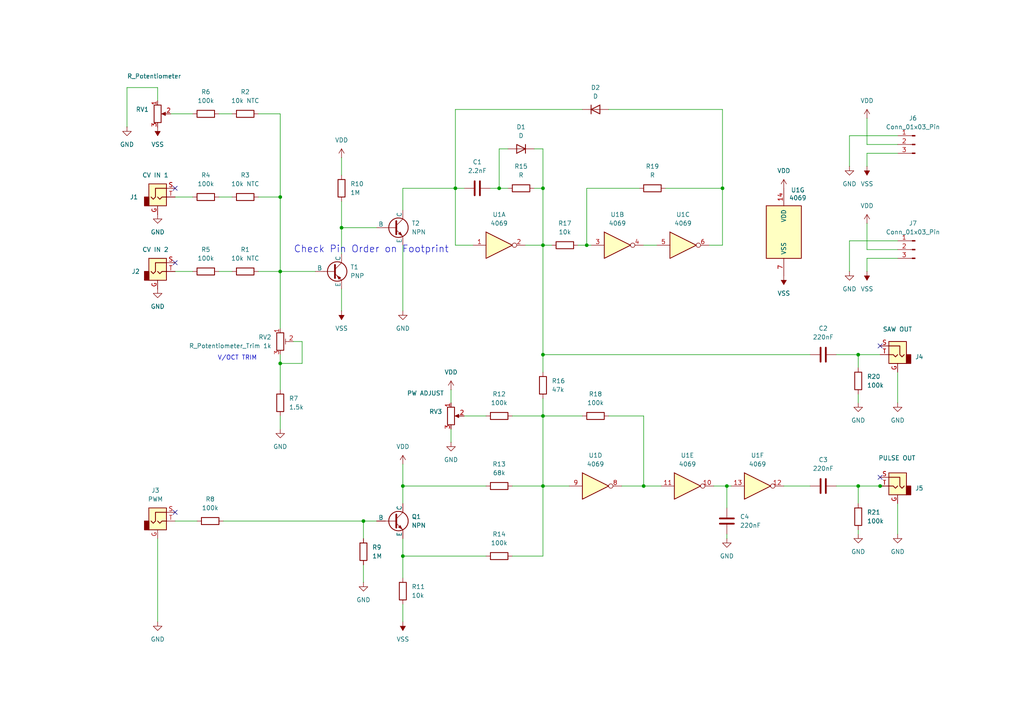
<source format=kicad_sch>
(kicad_sch (version 20250114) (generator "eeschema") (generator_version "9.0")
  (paper "A4")
  (lib_symbols
    (symbol "4xxx:4069" (pin_names (offset 1.016))
      (property "Reference" "U" (at 0 1.27 0))
      (property "Value" "4069" (at 0 -1.27 0))
      (symbol "4069_1_0"
        (polyline (pts (xy -3.81 3.81) (xy -3.81 -3.81) (xy 3.81 0) (xy -3.81 3.81)) (stroke (width 0.254)) (fill (type background)))
        (pin input line (at -7.62 0 0) (length 3.81) (name "~") (number "1"))
        (pin output inverted (at 7.62 0 180) (length 3.81) (name "~") (number "2"))
      )
      (symbol "4069_2_0"
        (polyline (pts (xy -3.81 3.81) (xy -3.81 -3.81) (xy 3.81 0) (xy -3.81 3.81)) (stroke (width 0.254)) (fill (type background)))
        (pin input line (at -7.62 0 0) (length 3.81) (name "~") (number "3"))
        (pin output inverted (at 7.62 0 180) (length 3.81) (name "~") (number "4"))
      )
      (symbol "4069_3_0"
        (polyline (pts (xy -3.81 3.81) (xy -3.81 -3.81) (xy 3.81 0) (xy -3.81 3.81)) (stroke (width 0.254)) (fill (type background)))
        (pin input line (at -7.62 0 0) (length 3.81) (name "~") (number "5"))
        (pin output inverted (at 7.62 0 180) (length 3.81) (name "~") (number "6"))
      )
      (symbol "4069_4_0"
        (polyline (pts (xy -3.81 3.81) (xy -3.81 -3.81) (xy 3.81 0) (xy -3.81 3.81)) (stroke (width 0.254)) (fill (type background)))
        (pin input line (at -7.62 0 0) (length 3.81) (name "~") (number "9"))
        (pin output inverted (at 7.62 0 180) (length 3.81) (name "~") (number "8"))
      )
      (symbol "4069_5_0"
        (polyline (pts (xy -3.81 3.81) (xy -3.81 -3.81) (xy 3.81 0) (xy -3.81 3.81)) (stroke (width 0.254)) (fill (type background)))
        (pin input line (at -7.62 0 0) (length 3.81) (name "~") (number "11"))
        (pin output inverted (at 7.62 0 180) (length 3.81) (name "~") (number "10"))
      )
      (symbol "4069_6_0"
        (polyline (pts (xy -3.81 3.81) (xy -3.81 -3.81) (xy 3.81 0) (xy -3.81 3.81)) (stroke (width 0.254)) (fill (type background)))
        (pin input line (at -7.62 0 0) (length 3.81) (name "~") (number "13"))
        (pin output inverted (at 7.62 0 180) (length 3.81) (name "~") (number "12"))
      )
      (symbol "4069_7_0"
        (pin power_in line (at 0 12.7 270) (length 5.08) (name "VDD") (number "14"))
        (pin power_in line (at 0 -12.7 90) (length 5.08) (name "VSS") (number "7"))
      )
      (symbol "4069_7_1"
        (rectangle (start -5.08 7.62) (end 5.08 -7.62) (stroke (width 0.254)) (fill (type background)))
      )
    )
    (symbol "Connector:Conn_01x03_Pin" (pin_names (offset 1.016) (hide yes))
      (property "Reference" "J" (at 0 5.08 0))
      (property "Value" "Conn_01x03_Pin" (at 0 -5.08 0))
      (symbol "Conn_01x03_Pin_1_1"
        (rectangle (start 0.8636 2.667) (end 0 2.413) (stroke (width 0.1524)) (fill (type outline)))
        (rectangle (start 0.8636 0.127) (end 0 -0.127) (stroke (width 0.1524)) (fill (type outline)))
        (rectangle (start 0.8636 -2.413) (end 0 -2.667) (stroke (width 0.1524)) (fill (type outline)))
        (polyline (pts (xy 1.27 2.54) (xy 0.8636 2.54)) (stroke (width 0.1524)))
        (polyline (pts (xy 1.27 0) (xy 0.8636 0)) (stroke (width 0.1524)))
        (polyline (pts (xy 1.27 -2.54) (xy 0.8636 -2.54)) (stroke (width 0.1524)))
        (pin passive line (at 5.08 2.54 180) (length 3.81) (name "Pin_1") (number "1"))
        (pin passive line (at 5.08 0 180) (length 3.81) (name "Pin_2") (number "2"))
        (pin passive line (at 5.08 -2.54 180) (length 3.81) (name "Pin_3") (number "3"))
      )
    )
    (symbol "Device:C" (pin_numbers (hide yes)) (pin_names (offset 0.254))
      (property "Reference" "C" (at 0.635 2.54 0))
      (property "Value" "C" (at 0.635 -2.54 0))
      (symbol "C_0_1"
        (polyline (pts (xy -2.032 0.762) (xy 2.032 0.762)) (stroke (width 0.508)))
        (polyline (pts (xy -2.032 -0.762) (xy 2.032 -0.762)) (stroke (width 0.508)))
      )
      (symbol "C_1_1"
        (pin passive line (at 0 3.81 270) (length 2.794) (name "~") (number "1"))
        (pin passive line (at 0 -3.81 90) (length 2.794) (name "~") (number "2"))
      )
    )
    (symbol "Device:D" (pin_numbers (hide yes)) (pin_names (offset 1.016) (hide yes))
      (property "Reference" "D" (at 0 2.54 0))
      (property "Value" "D" (at 0 -2.54 0))
      (symbol "D_0_1"
        (polyline (pts (xy -1.27 1.27) (xy -1.27 -1.27)) (stroke (width 0.254)))
        (polyline (pts (xy 1.27 1.27) (xy 1.27 -1.27) (xy -1.27 0) (xy 1.27 1.27)) (stroke (width 0.254)))
        (polyline (pts (xy 1.27 0) (xy -1.27 0)))
      )
      (symbol "D_1_1"
        (pin passive line (at -3.81 0 0) (length 2.54) (name "K") (number "1"))
        (pin passive line (at 3.81 0 180) (length 2.54) (name "A") (number "2"))
      )
    )
    (symbol "Device:R" (pin_numbers (hide yes)) (pin_names (offset 0))
      (property "Reference" "R" (at 2.032 0 90))
      (property "Value" "R" (at 0 0 90))
      (symbol "R_0_1"
        (rectangle (start -1.016 -2.54) (end 1.016 2.54) (stroke (width 0.254)))
      )
      (symbol "R_1_1"
        (pin passive line (at 0 3.81 270) (length 1.27) (name "~") (number "1"))
        (pin passive line (at 0 -3.81 90) (length 1.27) (name "~") (number "2"))
      )
    )
    (symbol "Device:R_Potentiometer_Trim" (pin_names (offset 1.016) (hide yes))
      (property "Reference" "RV" (at -4.445 0 90))
      (property "Value" "R_Potentiometer_Trim" (at -2.54 0 90))
      (symbol "R_Potentiometer_Trim_0_1"
        (rectangle (start 1.016 2.54) (end -1.016 -2.54) (stroke (width 0.254)))
        (polyline (pts (xy 1.524 0.762) (xy 1.524 -0.762)))
        (polyline (pts (xy 2.54 0) (xy 1.524 0)))
      )
      (symbol "R_Potentiometer_Trim_1_1"
        (pin passive line (at 0 3.81 270) (length 1.27) (name "1") (number "1"))
        (pin passive line (at 0 -3.81 90) (length 1.27) (name "3") (number "3"))
        (pin passive line (at 3.81 0 180) (length 1.27) (name "2") (number "2"))
      )
    )
    (symbol "HackSynth:AudioJack2_Ground"
      (property "Reference" "J" (at 0 8.89 0))
      (property "Value" "AudioJack2_Ground" (at 0 6.35 0))
      (symbol "AudioJack2_Ground_0_1"
        (rectangle (start -2.54 -2.54) (end -3.81 0) (stroke (width 0.254)) (fill (type outline)))
        (polyline (pts (xy 0 0) (xy 0.635 -0.635) (xy 1.27 0) (xy 2.54 0)) (stroke (width 0.254)))
        (rectangle (start 2.54 3.81) (end -2.54 -2.54) (stroke (width 0.254)) (fill (type background)))
        (polyline (pts (xy 2.54 2.54) (xy -0.635 2.54) (xy -0.635 0) (xy -1.27 -0.635) (xy -1.905 0)) (stroke (width 0.254)))
      )
      (symbol "AudioJack2_Ground_1_1"
        (pin passive line (at 0 -5.08 90) (length 2.54) (name "~") (number "G"))
        (pin passive line (at 5.08 2.54 180) (length 2.54) (name "~") (number "S"))
        (pin passive line (at 5.08 0 180) (length 2.54) (name "~") (number "T"))
      )
    )
    (symbol "HackSynth:R_Potentiometer" (pin_names (offset 1.016) (hide yes))
      (property "Reference" "RV" (at -4.445 0 90))
      (property "Value" "R_Potentiometer" (at -2.54 0 90))
      (symbol "R_Potentiometer_0_1"
        (rectangle (start 1.016 2.54) (end -1.016 -2.54) (stroke (width 0.254)))
        (polyline (pts (xy 1.143 0) (xy 2.286 0.508) (xy 2.286 -0.508) (xy 1.143 0)) (fill (type outline)))
        (polyline (pts (xy 2.54 0) (xy 1.524 0)))
      )
      (symbol "R_Potentiometer_1_1"
        (pin passive line (at 0 3.81 270) (length 1.27) (name "1") (number "1"))
        (pin passive line (at 0 -3.81 90) (length 1.27) (name "3") (number "3"))
        (pin passive line (at 3.81 0 180) (length 1.27) (name "2") (number "2"))
      )
    )
    (symbol "Simulation_SPICE:NPN" (pin_numbers (hide yes)) (pin_names (offset 0))
      (property "Reference" "Q" (at -2.54 7.62 0))
      (property "Value" "NPN" (at -2.54 5.08 0))
      (symbol "NPN_0_1"
        (polyline (pts (xy -2.54 0) (xy 0.635 0)) (stroke (width 0.1524)))
        (polyline (pts (xy 0.635 1.905) (xy 0.635 -1.905) (xy 0.635 -1.905)) (stroke (width 0.508)))
        (polyline (pts (xy 0.635 0.635) (xy 2.54 2.54)))
        (polyline (pts (xy 0.635 -0.635) (xy 2.54 -2.54) (xy 2.54 -2.54)))
        (circle (center 1.27 0) (radius 2.8194) (stroke (width 0.254)))
        (polyline (pts (xy 1.27 -1.778) (xy 1.778 -1.27) (xy 2.286 -2.286) (xy 1.27 -1.778) (xy 1.27 -1.778)) (fill (type outline)))
        (polyline (pts (xy 2.794 -1.27) (xy 2.794 -1.27)) (stroke (width 0.1524)))
        (polyline (pts (xy 2.794 -1.27) (xy 2.794 -1.27)) (stroke (width 0.1524)))
      )
      (symbol "NPN_1_1"
        (pin input line (at -5.08 0 0) (length 2.54) (name "B") (number "2"))
        (pin open_collector line (at 2.54 5.08 270) (length 2.54) (name "C") (number "1"))
        (pin open_emitter line (at 2.54 -5.08 90) (length 2.54) (name "E") (number "3"))
      )
    )
    (symbol "Simulation_SPICE:PNP" (pin_numbers (hide yes)) (pin_names (offset 0))
      (property "Reference" "Q" (at -2.54 7.62 0))
      (property "Value" "PNP" (at -2.54 5.08 0))
      (symbol "PNP_0_1"
        (polyline (pts (xy -2.54 0) (xy 0.635 0)) (stroke (width 0.1524)))
        (polyline (pts (xy 0.635 1.905) (xy 0.635 -1.905) (xy 0.635 -1.905)) (stroke (width 0.508)))
        (polyline (pts (xy 0.635 0.635) (xy 2.54 2.54)))
        (polyline (pts (xy 0.635 -0.635) (xy 2.54 -2.54) (xy 2.54 -2.54)))
        (circle (center 1.27 0) (radius 2.8194) (stroke (width 0.254)))
        (polyline (pts (xy 2.286 -1.778) (xy 1.778 -2.286) (xy 1.27 -1.27) (xy 2.286 -1.778) (xy 2.286 -1.778)) (fill (type outline)))
      )
      (symbol "PNP_1_1"
        (pin input line (at -5.08 0 0) (length 2.54) (name "B") (number "2"))
        (pin open_collector line (at 2.54 5.08 270) (length 2.54) (name "C") (number "1"))
        (pin open_emitter line (at 2.54 -5.08 90) (length 2.54) (name "E") (number "3"))
      )
    )
    (symbol "power:GND" (power) (pin_numbers (hide yes)) (pin_names (offset 0) (hide yes))
      (property "Value" "GND" (at 0 -3.81 0))
      (symbol "GND_0_1"
        (polyline (pts (xy 0 0) (xy 0 -1.27) (xy 1.27 -1.27) (xy 0 -2.54) (xy -1.27 -1.27) (xy 0 -1.27)))
      )
      (symbol "GND_1_1"
        (pin power_in line (at 0 0 270) (length 0) (name "~") (number "1"))
      )
    )
    (symbol "power:VDD" (power) (pin_numbers (hide yes)) (pin_names (offset 0) (hide yes))
      (property "Value" "VDD" (at 0 3.556 0))
      (symbol "VDD_0_1"
        (polyline (pts (xy -0.762 1.27) (xy 0 2.54)))
        (polyline (pts (xy 0 2.54) (xy 0.762 1.27)))
        (polyline (pts (xy 0 0) (xy 0 2.54)))
      )
      (symbol "VDD_1_1"
        (pin power_in line (at 0 0 90) (length 0) (name "~") (number "1"))
      )
    )
    (symbol "power:VSS" (power) (pin_numbers (hide yes)) (pin_names (offset 0) (hide yes))
      (property "Value" "VSS" (at 0 3.556 0))
      (symbol "VSS_0_1"
        (polyline (pts (xy 0 0) (xy 0 2.54)))
        (polyline (pts (xy 0.762 1.27) (xy -0.762 1.27) (xy 0 2.54) (xy 0.762 1.27)) (fill (type outline)))
      )
      (symbol "VSS_1_1"
        (pin power_in line (at 0 0 90) (length 0) (name "~") (number "1"))
      )
    )
  )
  (text "Check Pin Order on Footprint" (at 107.696 72.39 0) (effects (font (size 2 2))))
  (text "V/OCT TRIM" (at 68.834 103.886 0) (effects (font (size 1.27 1.27))))
  (junction (at 81.28 57.15))
  (junction (at 170.18 71.12))
  (junction (at 157.48 102.87))
  (junction (at 81.28 105.41))
  (junction (at 99.06 66.04))
  (junction (at 116.84 140.97))
  (junction (at 210.82 140.97))
  (junction (at 144.78 54.61))
  (junction (at 81.28 78.74))
  (junction (at 248.92 102.87))
  (junction (at 116.84 161.29))
  (junction (at 186.69 140.97))
  (junction (at 157.48 54.61))
  (junction (at 157.48 71.12))
  (junction (at 132.08 54.61))
  (junction (at 157.48 140.97))
  (junction (at 248.92 140.97))
  (junction (at 209.55 54.61))
  (junction (at 105.41 151.13))
  (junction (at 157.48 120.65))
  (junction (at 255.27 140.97))
  (no_connect (at 50.8 54.61))
  (no_connect (at 50.8 148.59))
  (no_connect (at 255.27 100.33))
  (no_connect (at 50.8 76.2))
  (no_connect (at 255.27 138.43))
  (wire (pts (xy 140.97 120.65) (xy 134.62 120.65)))
  (wire (pts (xy 248.92 154.94) (xy 248.92 153.67)))
  (wire (pts (xy 87.63 105.41) (xy 87.63 99.06)))
  (wire (pts (xy 260.35 154.94) (xy 260.35 146.05)))
  (wire (pts (xy 186.69 71.12) (xy 190.5 71.12)))
  (wire (pts (xy 193.04 54.61) (xy 209.55 54.61)))
  (wire (pts (xy 186.69 120.65) (xy 186.69 140.97)))
  (wire (pts (xy 157.48 102.87) (xy 234.95 102.87)))
  (wire (pts (xy 99.06 66.04) (xy 99.06 73.66)))
  (wire (pts (xy 50.8 151.13) (xy 57.15 151.13)))
  (wire (pts (xy 132.08 54.61) (xy 134.62 54.61)))
  (wire (pts (xy 132.08 31.75) (xy 132.08 54.61)))
  (wire (pts (xy 246.38 39.37) (xy 246.38 48.26)))
  (wire (pts (xy 74.93 78.74) (xy 81.28 78.74)))
  (wire (pts (xy 251.46 44.45) (xy 251.46 48.26)))
  (wire (pts (xy 242.57 140.97) (xy 248.92 140.97)))
  (wire (pts (xy 45.72 180.34) (xy 45.72 156.21)))
  (wire (pts (xy 209.55 71.12) (xy 205.74 71.12)))
  (wire (pts (xy 99.06 45.72) (xy 99.06 50.8)))
  (wire (pts (xy 165.1 140.97) (xy 157.48 140.97)))
  (wire (pts (xy 67.31 33.02) (xy 63.5 33.02)))
  (wire (pts (xy 186.69 140.97) (xy 180.34 140.97)))
  (wire (pts (xy 260.35 116.84) (xy 260.35 107.95)))
  (wire (pts (xy 210.82 140.97) (xy 210.82 147.32)))
  (wire (pts (xy 260.35 69.85) (xy 246.38 69.85)))
  (wire (pts (xy 36.83 25.4) (xy 45.72 25.4)))
  (wire (pts (xy 81.28 78.74) (xy 91.44 78.74)))
  (wire (pts (xy 64.77 151.13) (xy 105.41 151.13)))
  (wire (pts (xy 36.83 36.83) (xy 36.83 25.4)))
  (wire (pts (xy 255.27 140.97) (xy 256.54 140.97)))
  (wire (pts (xy 116.84 180.34) (xy 116.84 175.26)))
  (wire (pts (xy 67.31 78.74) (xy 63.5 78.74)))
  (wire (pts (xy 81.28 57.15) (xy 81.28 78.74)))
  (wire (pts (xy 116.84 134.62) (xy 116.84 140.97)))
  (wire (pts (xy 246.38 69.85) (xy 246.38 78.74)))
  (wire (pts (xy 130.81 113.03) (xy 130.81 116.84)))
  (wire (pts (xy 212.09 140.97) (xy 210.82 140.97)))
  (wire (pts (xy 260.35 41.91) (xy 251.46 41.91)))
  (wire (pts (xy 130.81 124.46) (xy 130.81 128.27)))
  (wire (pts (xy 251.46 74.93) (xy 251.46 78.74)))
  (wire (pts (xy 157.48 43.18) (xy 157.48 54.61)))
  (wire (pts (xy 116.84 161.29) (xy 140.97 161.29)))
  (wire (pts (xy 74.93 33.02) (xy 81.28 33.02)))
  (wire (pts (xy 81.28 105.41) (xy 87.63 105.41)))
  (wire (pts (xy 251.46 64.77) (xy 251.46 72.39)))
  (wire (pts (xy 81.28 105.41) (xy 81.28 102.87)))
  (wire (pts (xy 210.82 140.97) (xy 207.01 140.97)))
  (wire (pts (xy 176.53 120.65) (xy 186.69 120.65)))
  (wire (pts (xy 148.59 120.65) (xy 157.48 120.65)))
  (wire (pts (xy 67.31 57.15) (xy 63.5 57.15)))
  (wire (pts (xy 260.35 74.93) (xy 251.46 74.93)))
  (wire (pts (xy 142.24 54.61) (xy 144.78 54.61)))
  (wire (pts (xy 170.18 54.61) (xy 170.18 71.12)))
  (wire (pts (xy 105.41 151.13) (xy 109.22 151.13)))
  (wire (pts (xy 248.92 116.84) (xy 248.92 114.3)))
  (wire (pts (xy 170.18 54.61) (xy 185.42 54.61)))
  (wire (pts (xy 99.06 90.17) (xy 99.06 83.82)))
  (wire (pts (xy 116.84 71.12) (xy 116.84 90.17)))
  (wire (pts (xy 248.92 146.05) (xy 248.92 140.97)))
  (wire (pts (xy 55.88 78.74) (xy 50.8 78.74)))
  (wire (pts (xy 157.48 71.12) (xy 160.02 71.12)))
  (wire (pts (xy 148.59 140.97) (xy 157.48 140.97)))
  (wire (pts (xy 132.08 31.75) (xy 168.91 31.75)))
  (wire (pts (xy 210.82 156.21) (xy 210.82 154.94)))
  (wire (pts (xy 260.35 39.37) (xy 246.38 39.37)))
  (wire (pts (xy 49.53 33.02) (xy 55.88 33.02)))
  (wire (pts (xy 209.55 31.75) (xy 209.55 54.61)))
  (wire (pts (xy 148.59 161.29) (xy 157.48 161.29)))
  (wire (pts (xy 144.78 43.18) (xy 147.32 43.18)))
  (wire (pts (xy 170.18 71.12) (xy 171.45 71.12)))
  (wire (pts (xy 105.41 156.21) (xy 105.41 151.13)))
  (wire (pts (xy 105.41 163.83) (xy 105.41 168.91)))
  (wire (pts (xy 157.48 54.61) (xy 157.48 71.12)))
  (wire (pts (xy 55.88 57.15) (xy 50.8 57.15)))
  (wire (pts (xy 248.92 140.97) (xy 255.27 140.97)))
  (wire (pts (xy 260.35 72.39) (xy 251.46 72.39)))
  (wire (pts (xy 242.57 102.87) (xy 248.92 102.87)))
  (wire (pts (xy 81.28 124.46) (xy 81.28 120.65)))
  (wire (pts (xy 157.48 140.97) (xy 157.48 161.29)))
  (wire (pts (xy 168.91 120.65) (xy 157.48 120.65)))
  (wire (pts (xy 87.63 99.06) (xy 85.09 99.06)))
  (wire (pts (xy 116.84 60.96) (xy 116.84 54.61)))
  (wire (pts (xy 81.28 33.02) (xy 81.28 57.15)))
  (wire (pts (xy 176.53 31.75) (xy 209.55 31.75)))
  (wire (pts (xy 81.28 78.74) (xy 81.28 95.25)))
  (wire (pts (xy 152.4 71.12) (xy 157.48 71.12)))
  (wire (pts (xy 157.48 120.65) (xy 157.48 140.97)))
  (wire (pts (xy 45.72 25.4) (xy 45.72 29.21)))
  (wire (pts (xy 116.84 140.97) (xy 116.84 146.05)))
  (wire (pts (xy 157.48 43.18) (xy 154.94 43.18)))
  (wire (pts (xy 260.35 44.45) (xy 251.46 44.45)))
  (wire (pts (xy 132.08 54.61) (xy 132.08 71.12)))
  (wire (pts (xy 99.06 58.42) (xy 99.06 66.04)))
  (wire (pts (xy 154.94 54.61) (xy 157.48 54.61)))
  (wire (pts (xy 132.08 71.12) (xy 137.16 71.12)))
  (wire (pts (xy 116.84 140.97) (xy 140.97 140.97)))
  (wire (pts (xy 144.78 43.18) (xy 144.78 54.61)))
  (wire (pts (xy 234.95 140.97) (xy 227.33 140.97)))
  (wire (pts (xy 144.78 54.61) (xy 147.32 54.61)))
  (wire (pts (xy 157.48 71.12) (xy 157.48 102.87)))
  (wire (pts (xy 116.84 156.21) (xy 116.84 161.29)))
  (wire (pts (xy 81.28 113.03) (xy 81.28 105.41)))
  (wire (pts (xy 99.06 66.04) (xy 109.22 66.04)))
  (wire (pts (xy 81.28 57.15) (xy 74.93 57.15)))
  (wire (pts (xy 251.46 34.29) (xy 251.46 41.91)))
  (wire (pts (xy 116.84 161.29) (xy 116.84 167.64)))
  (wire (pts (xy 248.92 106.68) (xy 248.92 102.87)))
  (wire (pts (xy 116.84 54.61) (xy 132.08 54.61)))
  (wire (pts (xy 170.18 71.12) (xy 167.64 71.12)))
  (wire (pts (xy 209.55 54.61) (xy 209.55 71.12)))
  (wire (pts (xy 191.77 140.97) (xy 186.69 140.97)))
  (wire (pts (xy 248.92 102.87) (xy 255.27 102.87)))
  (wire (pts (xy 157.48 102.87) (xy 157.48 107.95)))
  (wire (pts (xy 157.48 115.57) (xy 157.48 120.65)))
  (symbol (lib_id "power:VDD") (at 251.46 64.77 0) (unit 1)
    (property "Reference" "#PWR023" (effects (hide yes)))
    (property "Value" "VDD" (at 251.46 59.69 0))
    (property "Description" "Power symbol creates a global label with name \"VDD\"" (effects (hide yes)))
  )
  (symbol (lib_id "Device:R") (at 144.78 120.65 90) (unit 1)
    (property "Reference" "R12" (at 144.78 114.3 90))
    (property "Value" "100k" (at 144.78 116.84 90))
    (property "Footprint" "Resistor_THT:R_Axial_DIN0207_L6.3mm_D2.5mm_P7.62mm_Horizontal" (effects (hide yes)))
    (property "Description" "Resistor" (effects (hide yes)))
  )
  (symbol (lib_id "power:VDD") (at 251.46 34.29 0) (unit 1)
    (property "Reference" "#PWR020" (effects (hide yes)))
    (property "Value" "VDD" (at 251.46 29.21 0))
    (property "Description" "Power symbol creates a global label with name \"VDD\"" (effects (hide yes)))
  )
  (symbol (lib_id "power:GND") (at 246.38 48.26 0) (unit 1)
    (property "Reference" "#PWR019" (effects (hide yes)))
    (property "Value" "GND" (at 246.38 53.34 0))
    (property "Description" "Power symbol creates a global label with name \"GND\" , ground" (effects (hide yes)))
  )
  (symbol (lib_id "HackSynth:R_Potentiometer") (at 130.81 120.65 0) (unit 1)
    (property "Reference" "RV3" (at 128.27 119.3799 0) (effects (justify right)))
    (property "Value" "PW ADJUST" (at 128.778 114.046 0) (effects (justify right)))
    (property "Footprint" "HackSynth:Potentiometer_Alps_RK09K_Horizontal" (effects (hide yes)))
    (property "Description" "Potentiometer" (effects (hide yes)))
  )
  (symbol (lib_id "4xxx:4069") (at 227.33 67.31 0) (unit 7)
    (property "Reference" "U1" (at 231.394 55.118 0))
    (property "Value" "4069" (at 231.394 57.404 0))
    (property "Footprint" "HackSynth:DIP-14_W7.62mm_LongPads" (effects (hide yes)))
    (property "Datasheet" "http://www.intersil.com/content/dam/Intersil/documents/cd40/cd4069ubms.pdf" (effects (hide yes)))
    (property "Description" "Hex inverter" (effects (hide yes)))
  )
  (symbol (lib_id "4xxx:4069") (at 172.72 140.97 0) (unit 4)
    (property "Reference" "U1" (at 172.72 132.08 0))
    (property "Value" "4069" (at 172.72 134.62 0))
    (property "Footprint" "HackSynth:DIP-14_W7.62mm_LongPads" (effects (hide yes)))
    (property "Datasheet" "http://www.intersil.com/content/dam/Intersil/documents/cd40/cd4069ubms.pdf" (effects (hide yes)))
    (property "Description" "Hex inverter" (effects (hide yes)))
  )
  (symbol (lib_id "power:VDD") (at 130.81 113.03 0) (unit 1)
    (property "Reference" "#PWR013" (effects (hide yes)))
    (property "Value" "VDD" (at 130.81 107.95 0))
    (property "Description" "Power symbol creates a global label with name \"VDD\"" (effects (hide yes)))
  )
  (symbol (lib_id "4xxx:4069") (at 199.39 140.97 0) (unit 5)
    (property "Reference" "U1" (at 199.39 132.08 0))
    (property "Value" "4069" (at 199.39 134.62 0))
    (property "Footprint" "HackSynth:DIP-14_W7.62mm_LongPads" (effects (hide yes)))
    (property "Datasheet" "http://www.intersil.com/content/dam/Intersil/documents/cd40/cd4069ubms.pdf" (effects (hide yes)))
    (property "Description" "Hex inverter" (effects (hide yes)))
  )
  (symbol (lib_id "power:GND") (at 248.92 116.84 0) (unit 1)
    (property "Reference" "#PWR015" (effects (hide yes)))
    (property "Value" "GND" (at 248.92 121.92 0))
    (property "Description" "Power symbol creates a global label with name \"GND\" , ground" (effects (hide yes)))
  )
  (symbol (lib_id "power:GND") (at 81.28 124.46 0) (unit 1)
    (property "Reference" "#PWR06" (effects (hide yes)))
    (property "Value" "GND" (at 81.28 129.54 0))
    (property "Description" "Power symbol creates a global label with name \"GND\" , ground" (effects (hide yes)))
  )
  (symbol (lib_id "power:GND") (at 45.72 180.34 0) (unit 1)
    (property "Reference" "#PWR05" (effects (hide yes)))
    (property "Value" "GND" (at 45.72 185.42 0))
    (property "Description" "Power symbol creates a global label with name \"GND\" , ground" (effects (hide yes)))
  )
  (symbol (lib_id "HackSynth:AudioJack2_Ground") (at 45.72 151.13 0) (unit 1)
    (property "Reference" "J3" (at 45.085 142.24 0))
    (property "Value" "PWM" (at 45.085 144.78 0))
    (property "Footprint" "HackSynth:Jack_3.5mm" (effects (hide yes)))
    (property "Description" "Audio Jack, 2 Poles (Mono / TS), Grounded Sleeve" (effects (hide yes)))
  )
  (symbol (lib_id "Simulation_SPICE:NPN") (at 114.3 151.13 0) (unit 1)
    (property "Reference" "Q1" (at 119.38 149.8599 0) (effects (justify left)))
    (property "Value" "NPN" (at 119.38 152.3999 0) (effects (justify left)))
    (property "Footprint" "HackSynth:TO-92_Inline - Handsolder" (effects (hide yes)))
    (property "Datasheet" "https://ngspice.sourceforge.io/docs/ngspice-html-manual/manual.xhtml#cha_BJTs" (effects (hide yes)))
    (property "Description" "Bipolar transistor symbol for simulation only, substrate tied to the emitter" (effects (hide yes)))
    (property "Sim.Device" "NPN" (effects (hide yes)))
    (property "Sim.Type" "GUMMELPOON" (effects (hide yes)))
    (property "Sim.Pins" "1=C 2=B 3=E" (effects (hide yes)))
  )
  (symbol (lib_id "Device:R") (at 157.48 111.76 0) (unit 1)
    (property "Reference" "R16" (at 160.02 110.4899 0) (effects (justify left)))
    (property "Value" "47k" (at 160.02 113.0299 0) (effects (justify left)))
    (property "Footprint" "Resistor_THT:R_Axial_DIN0207_L6.3mm_D2.5mm_P7.62mm_Horizontal" (effects (hide yes)))
    (property "Description" "Resistor" (effects (hide yes)))
  )
  (symbol (lib_id "4xxx:4069") (at 219.71 140.97 0) (unit 6)
    (property "Reference" "U1" (at 219.71 132.08 0))
    (property "Value" "4069" (at 219.71 134.62 0))
    (property "Footprint" "HackSynth:DIP-14_W7.62mm_LongPads" (effects (hide yes)))
    (property "Datasheet" "http://www.intersil.com/content/dam/Intersil/documents/cd40/cd4069ubms.pdf" (effects (hide yes)))
    (property "Description" "Hex inverter" (effects (hide yes)))
  )
  (symbol (lib_id "Device:R") (at 59.69 78.74 90) (unit 1)
    (property "Reference" "R5" (at 59.69 72.39 90))
    (property "Value" "100k" (at 59.69 74.93 90))
    (property "Footprint" "Resistor_THT:R_Axial_DIN0207_L6.3mm_D2.5mm_P7.62mm_Horizontal" (effects (hide yes)))
    (property "Description" "Resistor" (effects (hide yes)))
  )
  (symbol (lib_id "Device:D") (at 172.72 31.75 0) (unit 1)
    (property "Reference" "D2" (at 172.72 25.4 0))
    (property "Value" "D" (at 172.72 27.94 0))
    (property "Footprint" "Diode_THT:D_A-405_P7.62mm_Horizontal" (effects (hide yes)))
    (property "Description" "Diode" (effects (hide yes)))
    (property "Sim.Device" "D" (effects (hide yes)))
    (property "Sim.Pins" "1=K 2=A" (effects (hide yes)))
  )
  (symbol (lib_id "power:VSS") (at 99.06 90.17 180) (unit 1)
    (property "Reference" "#PWR09" (effects (hide yes)))
    (property "Value" "VSS" (at 99.06 95.25 0))
    (property "Description" "Power symbol creates a global label with name \"VSS\"" (effects (hide yes)))
  )
  (symbol (lib_id "HackSynth:AudioJack2_Ground") (at 45.72 78.74 0) (unit 1)
    (property "Reference" "J2" (at 39.37 78.74 0))
    (property "Value" "CV IN 2" (at 45.085 72.39 0))
    (property "Footprint" "HackSynth:Jack_3.5mm" (effects (hide yes)))
    (property "Description" "Audio Jack, 2 Poles (Mono / TS), Grounded Sleeve" (effects (hide yes)))
  )
  (symbol (lib_id "power:GND") (at 45.72 62.23 0) (unit 1)
    (property "Reference" "#PWR03" (effects (hide yes)))
    (property "Value" "GND" (at 45.72 67.31 0))
    (property "Description" "Power symbol creates a global label with name \"GND\" , ground" (effects (hide yes)))
  )
  (symbol (lib_id "HackSynth:R_Potentiometer") (at 45.72 33.02 0) (unit 1)
    (property "Reference" "RV1" (at 43.18 31.7499 0) (effects (justify right)))
    (property "Value" "R_Potentiometer" (at 52.578 22.098 0) (effects (justify right)))
    (property "Footprint" "HackSynth:Potentiometer_Alps_RK09K_Horizontal" (effects (hide yes)))
    (property "Description" "Potentiometer" (effects (hide yes)))
  )
  (symbol (lib_id "Device:R") (at 189.23 54.61 90) (unit 1)
    (property "Reference" "R19" (at 189.23 48.26 90))
    (property "Value" "R" (at 189.23 50.8 90))
    (property "Footprint" "Resistor_THT:R_Axial_DIN0207_L6.3mm_D2.5mm_P7.62mm_Horizontal" (effects (hide yes)))
    (property "Description" "Resistor" (effects (hide yes)))
  )
  (symbol (lib_id "power:GND") (at 260.35 116.84 0) (unit 1)
    (property "Reference" "#PWR017" (effects (hide yes)))
    (property "Value" "GND" (at 260.35 121.92 0))
    (property "Description" "Power symbol creates a global label with name \"GND\" , ground" (effects (hide yes)))
  )
  (symbol (lib_id "power:GND") (at 45.72 83.82 0) (unit 1)
    (property "Reference" "#PWR04" (effects (hide yes)))
    (property "Value" "GND" (at 45.72 88.9 0))
    (property "Description" "Power symbol creates a global label with name \"GND\" , ground" (effects (hide yes)))
  )
  (symbol (lib_id "power:GND") (at 105.41 168.91 0) (unit 1)
    (property "Reference" "#PWR07" (effects (hide yes)))
    (property "Value" "GND" (at 105.41 173.99 0))
    (property "Description" "Power symbol creates a global label with name \"GND\" , ground" (effects (hide yes)))
  )
  (symbol (lib_id "HackSynth:AudioJack2_Ground") (at 260.35 102.87 0) (mirror y) (unit 1)
    (property "Reference" "J4" (at 265.43 103.5051 0) (effects (justify right)))
    (property "Value" "SAW OUT" (at 256.032 95.504 0) (effects (justify right)))
    (property "Footprint" "HackSynth:Jack_3.5mm" (effects (hide yes)))
    (property "Description" "Audio Jack, 2 Poles (Mono / TS), Grounded Sleeve" (effects (hide yes)))
  )
  (symbol (lib_id "Device:R_Potentiometer_Trim") (at 81.28 99.06 0) (unit 1)
    (property "Reference" "RV2" (at 78.74 97.7899 0) (effects (justify right)))
    (property "Value" "R_Potentiometer_Trim 1k" (at 78.74 100.3299 0) (effects (justify right)))
    (property "Footprint" "HackSynth:TrimPot_Bourns_3339S_Horizontal" (effects (hide yes)))
    (property "Description" "Trim-potentiometer" (effects (hide yes)))
  )
  (symbol (lib_id "Device:C") (at 138.43 54.61 90) (unit 1)
    (property "Reference" "C1" (at 138.43 46.99 90))
    (property "Value" "2.2nF" (at 138.43 49.53 90))
    (property "Footprint" "Capacitor_THT:C_Disc_D5.0mm_W2.5mm_P2.50mm" (effects (hide yes)))
    (property "Description" "Unpolarized capacitor" (effects (hide yes)))
  )
  (symbol (lib_id "Device:R") (at 71.12 33.02 270) (unit 1)
    (property "Reference" "R2" (at 71.12 26.67 90))
    (property "Value" "10k NTC" (at 71.12 29.21 90))
    (property "Footprint" "Resistor_THT:R_Axial_DIN0207_L6.3mm_D2.5mm_P2.54mm_Vertical" (effects (hide yes)))
    (property "Description" "Resistor" (effects (hide yes)))
  )
  (symbol (lib_id "Connector:Conn_01x03_Pin") (at 265.43 41.91 0) (mirror y) (unit 1)
    (property "Reference" "J6" (at 264.795 34.29 0))
    (property "Value" "Conn_01x03_Pin" (at 264.795 36.83 0))
    (property "Footprint" "HackSynth:JST_PH_S3B-PH-K_1x03_P2.00mm_Horizontal" (effects (hide yes)))
    (property "Description" "Generic connector, single row, 01x03, script generated" (effects (hide yes)))
  )
  (symbol (lib_id "Simulation_SPICE:PNP") (at 96.52 78.74 0) (unit 1)
    (property "Reference" "T1" (at 101.6 77.4699 0) (effects (justify left)))
    (property "Value" "PNP" (at 101.6 80.0099 0) (effects (justify left)))
    (property "Footprint" "HackSynth:TO-92_Inline - Handsolder" (effects (hide yes)))
    (property "Datasheet" "https://ngspice.sourceforge.io/docs/ngspice-html-manual/manual.xhtml#cha_BJTs" (effects (hide yes)))
    (property "Description" "Bipolar transistor symbol for simulation only, substrate tied to the emitter" (effects (hide yes)))
    (property "Sim.Device" "PNP" (effects (hide yes)))
    (property "Sim.Type" "GUMMELPOON" (effects (hide yes)))
    (property "Sim.Pins" "1=C 2=B 3=E" (effects (hide yes)))
  )
  (symbol (lib_id "Device:R") (at 105.41 160.02 0) (unit 1)
    (property "Reference" "R9" (at 107.95 158.7499 0) (effects (justify left)))
    (property "Value" "1M" (at 107.95 161.2899 0) (effects (justify left)))
    (property "Footprint" "Resistor_THT:R_Axial_DIN0207_L6.3mm_D2.5mm_P7.62mm_Horizontal" (effects (hide yes)))
    (property "Description" "Resistor" (effects (hide yes)))
  )
  (symbol (lib_id "HackSynth:AudioJack2_Ground") (at 45.72 57.15 0) (unit 1)
    (property "Reference" "J1" (at 38.862 57.15 0))
    (property "Value" "CV IN 1" (at 45.085 50.8 0))
    (property "Footprint" "HackSynth:Jack_3.5mm" (effects (hide yes)))
    (property "Description" "Audio Jack, 2 Poles (Mono / TS), Grounded Sleeve" (effects (hide yes)))
  )
  (symbol (lib_id "Device:R") (at 163.83 71.12 90) (unit 1)
    (property "Reference" "R17" (at 163.83 64.77 90))
    (property "Value" "10k" (at 163.83 67.31 90))
    (property "Footprint" "Resistor_THT:R_Axial_DIN0207_L6.3mm_D2.5mm_P7.62mm_Horizontal" (effects (hide yes)))
    (property "Description" "Resistor" (effects (hide yes)))
  )
  (symbol (lib_id "Device:D") (at 151.13 43.18 180) (unit 1)
    (property "Reference" "D1" (at 151.13 36.83 0))
    (property "Value" "D" (at 151.13 39.37 0))
    (property "Footprint" "Diode_THT:D_A-405_P7.62mm_Horizontal" (effects (hide yes)))
    (property "Description" "Diode" (effects (hide yes)))
    (property "Sim.Device" "D" (effects (hide yes)))
    (property "Sim.Pins" "1=K 2=A" (effects (hide yes)))
  )
  (symbol (lib_id "Device:R") (at 81.28 116.84 0) (unit 1)
    (property "Reference" "R7" (at 83.82 115.5699 0) (effects (justify left)))
    (property "Value" "1.5k" (at 83.82 118.1099 0) (effects (justify left)))
    (property "Footprint" "Resistor_THT:R_Axial_DIN0207_L6.3mm_D2.5mm_P7.62mm_Horizontal" (effects (hide yes)))
    (property "Description" "Resistor" (effects (hide yes)))
  )
  (symbol (lib_id "Device:R") (at 116.84 171.45 0) (unit 1)
    (property "Reference" "R11" (at 119.38 170.1799 0) (effects (justify left)))
    (property "Value" "10k" (at 119.38 172.7199 0) (effects (justify left)))
    (property "Footprint" "Resistor_THT:R_Axial_DIN0207_L6.3mm_D2.5mm_P7.62mm_Horizontal" (effects (hide yes)))
    (property "Description" "Resistor" (effects (hide yes)))
  )
  (symbol (lib_id "Device:C") (at 210.82 151.13 180) (unit 1)
    (property "Reference" "C4" (at 214.63 149.8599 0) (effects (justify right)))
    (property "Value" "220nF" (at 214.63 152.3999 0) (effects (justify right)))
    (property "Footprint" "Capacitor_THT:C_Disc_D5.0mm_W2.5mm_P2.50mm" (effects (hide yes)))
    (property "Description" "Unpolarized capacitor" (effects (hide yes)))
  )
  (symbol (lib_id "Device:R") (at 71.12 57.15 270) (unit 1)
    (property "Reference" "R3" (at 71.12 50.8 90))
    (property "Value" "10k NTC" (at 71.12 53.34 90))
    (property "Footprint" "Resistor_THT:R_Axial_DIN0207_L6.3mm_D2.5mm_P2.54mm_Vertical" (effects (hide yes)))
    (property "Description" "Resistor" (effects (hide yes)))
  )
  (symbol (lib_id "power:VSS") (at 227.33 80.01 180) (unit 1)
    (property "Reference" "#PWR026" (effects (hide yes)))
    (property "Value" "VSS" (at 227.33 85.09 0))
    (property "Description" "Power symbol creates a global label with name \"VSS\"" (effects (hide yes)))
  )
  (symbol (lib_id "Device:R") (at 99.06 54.61 0) (unit 1)
    (property "Reference" "R10" (at 101.6 53.3399 0) (effects (justify left)))
    (property "Value" "1M" (at 101.6 55.8799 0) (effects (justify left)))
    (property "Footprint" "Resistor_THT:R_Axial_DIN0207_L6.3mm_D2.5mm_P7.62mm_Horizontal" (effects (hide yes)))
    (property "Description" "Resistor" (effects (hide yes)))
  )
  (symbol (lib_id "Device:R") (at 144.78 161.29 90) (unit 1)
    (property "Reference" "R14" (at 144.78 154.94 90))
    (property "Value" "100k" (at 144.78 157.48 90))
    (property "Footprint" "Resistor_THT:R_Axial_DIN0207_L6.3mm_D2.5mm_P7.62mm_Horizontal" (effects (hide yes)))
    (property "Description" "Resistor" (effects (hide yes)))
  )
  (symbol (lib_id "Device:R") (at 59.69 57.15 90) (unit 1)
    (property "Reference" "R4" (at 59.69 50.8 90))
    (property "Value" "100k" (at 59.69 53.34 90))
    (property "Footprint" "Resistor_THT:R_Axial_DIN0207_L6.3mm_D2.5mm_P7.62mm_Horizontal" (effects (hide yes)))
    (property "Description" "Resistor" (effects (hide yes)))
  )
  (symbol (lib_id "power:GND") (at 36.83 36.83 0) (unit 1)
    (property "Reference" "#PWR01" (effects (hide yes)))
    (property "Value" "GND" (at 36.83 41.91 0))
    (property "Description" "Power symbol creates a global label with name \"GND\" , ground" (effects (hide yes)))
  )
  (symbol (lib_id "4xxx:4069") (at 198.12 71.12 0) (unit 3)
    (property "Reference" "U1" (at 198.12 62.23 0))
    (property "Value" "4069" (at 198.12 64.77 0))
    (property "Footprint" "HackSynth:DIP-14_W7.62mm_LongPads" (effects (hide yes)))
    (property "Datasheet" "http://www.intersil.com/content/dam/Intersil/documents/cd40/cd4069ubms.pdf" (effects (hide yes)))
    (property "Description" "Hex inverter" (effects (hide yes)))
  )
  (symbol (lib_id "Device:R") (at 248.92 110.49 0) (unit 1)
    (property "Reference" "R20" (at 251.46 109.2199 0) (effects (justify left)))
    (property "Value" "100k" (at 251.46 111.7599 0) (effects (justify left)))
    (property "Footprint" "Resistor_THT:R_Axial_DIN0207_L6.3mm_D2.5mm_P7.62mm_Horizontal" (effects (hide yes)))
    (property "Description" "Resistor" (effects (hide yes)))
  )
  (symbol (lib_id "Device:R") (at 71.12 78.74 90) (unit 1)
    (property "Reference" "R1" (at 71.12 72.39 90))
    (property "Value" "10k NTC" (at 71.12 74.93 90))
    (property "Footprint" "Resistor_THT:R_Axial_DIN0207_L6.3mm_D2.5mm_P2.54mm_Vertical" (effects (hide yes)))
    (property "Description" "Resistor" (effects (hide yes)))
  )
  (symbol (lib_id "power:VDD") (at 227.33 54.61 0) (unit 1)
    (property "Reference" "#PWR025" (effects (hide yes)))
    (property "Value" "VDD" (at 227.33 49.53 0))
    (property "Description" "Power symbol creates a global label with name \"VDD\"" (effects (hide yes)))
  )
  (symbol (lib_id "Device:C") (at 238.76 140.97 90) (unit 1)
    (property "Reference" "C3" (at 238.76 133.35 90))
    (property "Value" "220nF" (at 238.76 135.89 90))
    (property "Footprint" "Capacitor_THT:C_Disc_D5.0mm_W2.5mm_P2.50mm" (effects (hide yes)))
    (property "Description" "Unpolarized capacitor" (effects (hide yes)))
  )
  (symbol (lib_id "HackSynth:AudioJack2_Ground") (at 260.35 140.97 0) (mirror y) (unit 1)
    (property "Reference" "J5" (at 265.43 141.6051 0) (effects (justify right)))
    (property "Value" "PULSE OUT" (at 254.762 132.842 0) (effects (justify right)))
    (property "Footprint" "HackSynth:Jack_3.5mm" (effects (hide yes)))
    (property "Description" "Audio Jack, 2 Poles (Mono / TS), Grounded Sleeve" (effects (hide yes)))
  )
  (symbol (lib_id "4xxx:4069") (at 179.07 71.12 0) (unit 2)
    (property "Reference" "U1" (at 179.07 62.23 0))
    (property "Value" "4069" (at 179.07 64.77 0))
    (property "Footprint" "HackSynth:DIP-14_W7.62mm_LongPads" (effects (hide yes)))
    (property "Datasheet" "http://www.intersil.com/content/dam/Intersil/documents/cd40/cd4069ubms.pdf" (effects (hide yes)))
    (property "Description" "Hex inverter" (effects (hide yes)))
  )
  (symbol (lib_id "Device:R") (at 60.96 151.13 90) (unit 1)
    (property "Reference" "R8" (at 60.96 144.78 90))
    (property "Value" "100k" (at 60.96 147.32 90))
    (property "Footprint" "Resistor_THT:R_Axial_DIN0207_L6.3mm_D2.5mm_P7.62mm_Horizontal" (effects (hide yes)))
    (property "Description" "Resistor" (effects (hide yes)))
  )
  (symbol (lib_id "power:VSS") (at 251.46 78.74 180) (unit 1)
    (property "Reference" "#PWR024" (effects (hide yes)))
    (property "Value" "VSS" (at 251.46 83.82 0))
    (property "Description" "Power symbol creates a global label with name \"VSS\"" (effects (hide yes)))
  )
  (symbol (lib_id "power:GND") (at 116.84 90.17 0) (unit 1)
    (property "Reference" "#PWR010" (effects (hide yes)))
    (property "Value" "GND" (at 116.84 95.25 0))
    (property "Description" "Power symbol creates a global label with name \"GND\" , ground" (effects (hide yes)))
  )
  (symbol (lib_id "4xxx:4069") (at 144.78 71.12 0) (unit 1)
    (property "Reference" "U1" (at 144.78 62.23 0))
    (property "Value" "4069" (at 144.78 64.77 0))
    (property "Footprint" "HackSynth:DIP-14_W7.62mm_LongPads" (effects (hide yes)))
    (property "Datasheet" "http://www.intersil.com/content/dam/Intersil/documents/cd40/cd4069ubms.pdf" (effects (hide yes)))
    (property "Description" "Hex inverter" (effects (hide yes)))
  )
  (symbol (lib_id "power:VSS") (at 45.72 36.83 180) (unit 1)
    (property "Reference" "#PWR02" (effects (hide yes)))
    (property "Value" "VSS" (at 45.72 41.91 0))
    (property "Description" "Power symbol creates a global label with name \"VSS\"" (effects (hide yes)))
  )
  (symbol (lib_id "power:GND") (at 210.82 156.21 0) (unit 1)
    (property "Reference" "#PWR027" (effects (hide yes)))
    (property "Value" "GND" (at 210.82 161.29 0))
    (property "Description" "Power symbol creates a global label with name \"GND\" , ground" (effects (hide yes)))
  )
  (symbol (lib_id "Device:R") (at 144.78 140.97 90) (unit 1)
    (property "Reference" "R13" (at 144.78 134.62 90))
    (property "Value" "68k" (at 144.78 137.16 90))
    (property "Footprint" "Resistor_THT:R_Axial_DIN0207_L6.3mm_D2.5mm_P7.62mm_Horizontal" (effects (hide yes)))
    (property "Description" "Resistor" (effects (hide yes)))
  )
  (symbol (lib_id "power:VDD") (at 116.84 134.62 0) (unit 1)
    (property "Reference" "#PWR011" (effects (hide yes)))
    (property "Value" "VDD" (at 116.84 129.54 0))
    (property "Description" "Power symbol creates a global label with name \"VDD\"" (effects (hide yes)))
  )
  (symbol (lib_id "power:VSS") (at 116.84 180.34 180) (unit 1)
    (property "Reference" "#PWR012" (effects (hide yes)))
    (property "Value" "VSS" (at 116.84 185.42 0))
    (property "Description" "Power symbol creates a global label with name \"VSS\"" (effects (hide yes)))
  )
  (symbol (lib_id "power:GND") (at 260.35 154.94 0) (unit 1)
    (property "Reference" "#PWR018" (effects (hide yes)))
    (property "Value" "GND" (at 260.35 160.02 0))
    (property "Description" "Power symbol creates a global label with name \"GND\" , ground" (effects (hide yes)))
  )
  (symbol (lib_id "power:VDD") (at 99.06 45.72 0) (unit 1)
    (property "Reference" "#PWR08" (effects (hide yes)))
    (property "Value" "VDD" (at 99.06 40.64 0))
    (property "Description" "Power symbol creates a global label with name \"VDD\"" (effects (hide yes)))
  )
  (symbol (lib_id "Connector:Conn_01x03_Pin") (at 265.43 72.39 0) (mirror y) (unit 1)
    (property "Reference" "J7" (at 264.795 64.77 0))
    (property "Value" "Conn_01x03_Pin" (at 264.795 67.31 0))
    (property "Footprint" "HackSynth:JST_PH_S3B-PH-K_1x03_P2.00mm_Horizontal" (effects (hide yes)))
    (property "Description" "Generic connector, single row, 01x03, script generated" (effects (hide yes)))
  )
  (symbol (lib_id "Device:R") (at 59.69 33.02 90) (unit 1)
    (property "Reference" "R6" (at 59.69 26.67 90))
    (property "Value" "100k" (at 59.69 29.21 90))
    (property "Footprint" "Resistor_THT:R_Axial_DIN0207_L6.3mm_D2.5mm_P7.62mm_Horizontal" (effects (hide yes)))
    (property "Description" "Resistor" (effects (hide yes)))
  )
  (symbol (lib_id "Device:R") (at 172.72 120.65 90) (unit 1)
    (property "Reference" "R18" (at 172.72 114.3 90))
    (property "Value" "100k" (at 172.72 116.84 90))
    (property "Footprint" "Resistor_THT:R_Axial_DIN0207_L6.3mm_D2.5mm_P7.62mm_Horizontal" (effects (hide yes)))
    (property "Description" "Resistor" (effects (hide yes)))
  )
  (symbol (lib_id "Device:R") (at 151.13 54.61 90) (unit 1)
    (property "Reference" "R15" (at 151.13 48.26 90))
    (property "Value" "R" (at 151.13 50.8 90))
    (property "Footprint" "Resistor_THT:R_Axial_DIN0207_L6.3mm_D2.5mm_P7.62mm_Horizontal" (effects (hide yes)))
    (property "Description" "Resistor" (effects (hide yes)))
  )
  (symbol (lib_id "Device:R") (at 248.92 149.86 0) (unit 1)
    (property "Reference" "R21" (at 251.46 148.5899 0) (effects (justify left)))
    (property "Value" "100k" (at 251.46 151.1299 0) (effects (justify left)))
    (property "Footprint" "Resistor_THT:R_Axial_DIN0207_L6.3mm_D2.5mm_P7.62mm_Horizontal" (effects (hide yes)))
    (property "Description" "Resistor" (effects (hide yes)))
  )
  (symbol (lib_id "power:VSS") (at 251.46 48.26 180) (unit 1)
    (property "Reference" "#PWR021" (effects (hide yes)))
    (property "Value" "VSS" (at 251.46 53.34 0))
    (property "Description" "Power symbol creates a global label with name \"VSS\"" (effects (hide yes)))
  )
  (symbol (lib_id "power:GND") (at 248.92 154.94 0) (unit 1)
    (property "Reference" "#PWR016" (effects (hide yes)))
    (property "Value" "GND" (at 248.92 160.02 0))
    (property "Description" "Power symbol creates a global label with name \"GND\" , ground" (effects (hide yes)))
  )
  (symbol (lib_id "power:GND") (at 246.38 78.74 0) (unit 1)
    (property "Reference" "#PWR022" (effects (hide yes)))
    (property "Value" "GND" (at 246.38 83.82 0))
    (property "Description" "Power symbol creates a global label with name \"GND\" , ground" (effects (hide yes)))
  )
  (symbol (lib_id "Device:C") (at 238.76 102.87 90) (unit 1)
    (property "Reference" "C2" (at 238.76 95.25 90))
    (property "Value" "220nF" (at 238.76 97.79 90))
    (property "Footprint" "Capacitor_THT:C_Disc_D5.0mm_W2.5mm_P2.50mm" (effects (hide yes)))
    (property "Description" "Unpolarized capacitor" (effects (hide yes)))
  )
  (symbol (lib_id "power:GND") (at 130.81 128.27 0) (unit 1)
    (property "Reference" "#PWR014" (effects (hide yes)))
    (property "Value" "GND" (at 130.81 133.35 0))
    (property "Description" "Power symbol creates a global label with name \"GND\" , ground" (effects (hide yes)))
  )
  (symbol (lib_id "Simulation_SPICE:NPN") (at 114.3 66.04 0) (unit 1)
    (property "Reference" "T2" (at 119.38 64.7699 0) (effects (justify left)))
    (property "Value" "NPN" (at 119.38 67.3099 0) (effects (justify left)))
    (property "Footprint" "HackSynth:TO-92_Inline - Handsolder" (effects (hide yes)))
    (property "Datasheet" "https://ngspice.sourceforge.io/docs/ngspice-html-manual/manual.xhtml#cha_BJTs" (effects (hide yes)))
    (property "Description" "Bipolar transistor symbol for simulation only, substrate tied to the emitter" (effects (hide yes)))
    (property "Sim.Device" "NPN" (effects (hide yes)))
    (property "Sim.Type" "GUMMELPOON" (effects (hide yes)))
    (property "Sim.Pins" "1=C 2=B 3=E" (effects (hide yes)))
  )
)
</source>
